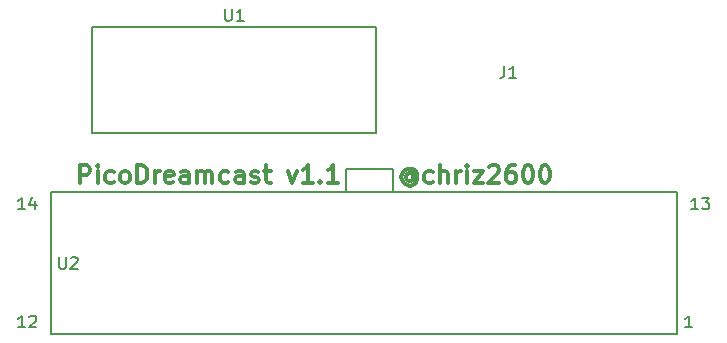
<source format=gto>
G04 #@! TF.GenerationSoftware,KiCad,Pcbnew,(5.0.0)*
G04 #@! TF.CreationDate,2018-11-29T21:46:58+01:00*
G04 #@! TF.ProjectId,pico_psu_mount,7069636F5F7073755F6D6F756E742E6B,rev?*
G04 #@! TF.SameCoordinates,Original*
G04 #@! TF.FileFunction,Legend,Top*
G04 #@! TF.FilePolarity,Positive*
%FSLAX46Y46*%
G04 Gerber Fmt 4.6, Leading zero omitted, Abs format (unit mm)*
G04 Created by KiCad (PCBNEW (5.0.0)) date 11/29/18 21:46:58*
%MOMM*%
%LPD*%
G01*
G04 APERTURE LIST*
%ADD10C,0.300000*%
%ADD11C,0.150000*%
G04 APERTURE END LIST*
D10*
X150552142Y-81378571D02*
X150552142Y-79878571D01*
X151123571Y-79878571D01*
X151266428Y-79950000D01*
X151337857Y-80021428D01*
X151409285Y-80164285D01*
X151409285Y-80378571D01*
X151337857Y-80521428D01*
X151266428Y-80592857D01*
X151123571Y-80664285D01*
X150552142Y-80664285D01*
X152052142Y-81378571D02*
X152052142Y-80378571D01*
X152052142Y-79878571D02*
X151980714Y-79950000D01*
X152052142Y-80021428D01*
X152123571Y-79950000D01*
X152052142Y-79878571D01*
X152052142Y-80021428D01*
X153409285Y-81307142D02*
X153266428Y-81378571D01*
X152980714Y-81378571D01*
X152837857Y-81307142D01*
X152766428Y-81235714D01*
X152695000Y-81092857D01*
X152695000Y-80664285D01*
X152766428Y-80521428D01*
X152837857Y-80450000D01*
X152980714Y-80378571D01*
X153266428Y-80378571D01*
X153409285Y-80450000D01*
X154266428Y-81378571D02*
X154123571Y-81307142D01*
X154052142Y-81235714D01*
X153980714Y-81092857D01*
X153980714Y-80664285D01*
X154052142Y-80521428D01*
X154123571Y-80450000D01*
X154266428Y-80378571D01*
X154480714Y-80378571D01*
X154623571Y-80450000D01*
X154695000Y-80521428D01*
X154766428Y-80664285D01*
X154766428Y-81092857D01*
X154695000Y-81235714D01*
X154623571Y-81307142D01*
X154480714Y-81378571D01*
X154266428Y-81378571D01*
X155409285Y-81378571D02*
X155409285Y-79878571D01*
X155766428Y-79878571D01*
X155980714Y-79950000D01*
X156123571Y-80092857D01*
X156195000Y-80235714D01*
X156266428Y-80521428D01*
X156266428Y-80735714D01*
X156195000Y-81021428D01*
X156123571Y-81164285D01*
X155980714Y-81307142D01*
X155766428Y-81378571D01*
X155409285Y-81378571D01*
X156909285Y-81378571D02*
X156909285Y-80378571D01*
X156909285Y-80664285D02*
X156980714Y-80521428D01*
X157052142Y-80450000D01*
X157195000Y-80378571D01*
X157337857Y-80378571D01*
X158409285Y-81307142D02*
X158266428Y-81378571D01*
X157980714Y-81378571D01*
X157837857Y-81307142D01*
X157766428Y-81164285D01*
X157766428Y-80592857D01*
X157837857Y-80450000D01*
X157980714Y-80378571D01*
X158266428Y-80378571D01*
X158409285Y-80450000D01*
X158480714Y-80592857D01*
X158480714Y-80735714D01*
X157766428Y-80878571D01*
X159766428Y-81378571D02*
X159766428Y-80592857D01*
X159695000Y-80450000D01*
X159552142Y-80378571D01*
X159266428Y-80378571D01*
X159123571Y-80450000D01*
X159766428Y-81307142D02*
X159623571Y-81378571D01*
X159266428Y-81378571D01*
X159123571Y-81307142D01*
X159052142Y-81164285D01*
X159052142Y-81021428D01*
X159123571Y-80878571D01*
X159266428Y-80807142D01*
X159623571Y-80807142D01*
X159766428Y-80735714D01*
X160480714Y-81378571D02*
X160480714Y-80378571D01*
X160480714Y-80521428D02*
X160552142Y-80450000D01*
X160695000Y-80378571D01*
X160909285Y-80378571D01*
X161052142Y-80450000D01*
X161123571Y-80592857D01*
X161123571Y-81378571D01*
X161123571Y-80592857D02*
X161195000Y-80450000D01*
X161337857Y-80378571D01*
X161552142Y-80378571D01*
X161695000Y-80450000D01*
X161766428Y-80592857D01*
X161766428Y-81378571D01*
X163123571Y-81307142D02*
X162980714Y-81378571D01*
X162695000Y-81378571D01*
X162552142Y-81307142D01*
X162480714Y-81235714D01*
X162409285Y-81092857D01*
X162409285Y-80664285D01*
X162480714Y-80521428D01*
X162552142Y-80450000D01*
X162695000Y-80378571D01*
X162980714Y-80378571D01*
X163123571Y-80450000D01*
X164409285Y-81378571D02*
X164409285Y-80592857D01*
X164337857Y-80450000D01*
X164195000Y-80378571D01*
X163909285Y-80378571D01*
X163766428Y-80450000D01*
X164409285Y-81307142D02*
X164266428Y-81378571D01*
X163909285Y-81378571D01*
X163766428Y-81307142D01*
X163695000Y-81164285D01*
X163695000Y-81021428D01*
X163766428Y-80878571D01*
X163909285Y-80807142D01*
X164266428Y-80807142D01*
X164409285Y-80735714D01*
X165052142Y-81307142D02*
X165195000Y-81378571D01*
X165480714Y-81378571D01*
X165623571Y-81307142D01*
X165695000Y-81164285D01*
X165695000Y-81092857D01*
X165623571Y-80950000D01*
X165480714Y-80878571D01*
X165266428Y-80878571D01*
X165123571Y-80807142D01*
X165052142Y-80664285D01*
X165052142Y-80592857D01*
X165123571Y-80450000D01*
X165266428Y-80378571D01*
X165480714Y-80378571D01*
X165623571Y-80450000D01*
X166123571Y-80378571D02*
X166695000Y-80378571D01*
X166337857Y-79878571D02*
X166337857Y-81164285D01*
X166409285Y-81307142D01*
X166552142Y-81378571D01*
X166695000Y-81378571D01*
X168195000Y-80378571D02*
X168552142Y-81378571D01*
X168909285Y-80378571D01*
X170266428Y-81378571D02*
X169409285Y-81378571D01*
X169837857Y-81378571D02*
X169837857Y-79878571D01*
X169695000Y-80092857D01*
X169552142Y-80235714D01*
X169409285Y-80307142D01*
X170909285Y-81235714D02*
X170980714Y-81307142D01*
X170909285Y-81378571D01*
X170837857Y-81307142D01*
X170909285Y-81235714D01*
X170909285Y-81378571D01*
X172409285Y-81378571D02*
X171552142Y-81378571D01*
X171980714Y-81378571D02*
X171980714Y-79878571D01*
X171837857Y-80092857D01*
X171695000Y-80235714D01*
X171552142Y-80307142D01*
X178780714Y-80664285D02*
X178709285Y-80592857D01*
X178566428Y-80521428D01*
X178423571Y-80521428D01*
X178280714Y-80592857D01*
X178209285Y-80664285D01*
X178137857Y-80807142D01*
X178137857Y-80950000D01*
X178209285Y-81092857D01*
X178280714Y-81164285D01*
X178423571Y-81235714D01*
X178566428Y-81235714D01*
X178709285Y-81164285D01*
X178780714Y-81092857D01*
X178780714Y-80521428D02*
X178780714Y-81092857D01*
X178852142Y-81164285D01*
X178923571Y-81164285D01*
X179066428Y-81092857D01*
X179137857Y-80950000D01*
X179137857Y-80592857D01*
X178995000Y-80378571D01*
X178780714Y-80235714D01*
X178495000Y-80164285D01*
X178209285Y-80235714D01*
X177995000Y-80378571D01*
X177852142Y-80592857D01*
X177780714Y-80878571D01*
X177852142Y-81164285D01*
X177995000Y-81378571D01*
X178209285Y-81521428D01*
X178495000Y-81592857D01*
X178780714Y-81521428D01*
X178995000Y-81378571D01*
X180423571Y-81307142D02*
X180280714Y-81378571D01*
X179995000Y-81378571D01*
X179852142Y-81307142D01*
X179780714Y-81235714D01*
X179709285Y-81092857D01*
X179709285Y-80664285D01*
X179780714Y-80521428D01*
X179852142Y-80450000D01*
X179995000Y-80378571D01*
X180280714Y-80378571D01*
X180423571Y-80450000D01*
X181066428Y-81378571D02*
X181066428Y-79878571D01*
X181709285Y-81378571D02*
X181709285Y-80592857D01*
X181637857Y-80450000D01*
X181495000Y-80378571D01*
X181280714Y-80378571D01*
X181137857Y-80450000D01*
X181066428Y-80521428D01*
X182423571Y-81378571D02*
X182423571Y-80378571D01*
X182423571Y-80664285D02*
X182495000Y-80521428D01*
X182566428Y-80450000D01*
X182709285Y-80378571D01*
X182852142Y-80378571D01*
X183352142Y-81378571D02*
X183352142Y-80378571D01*
X183352142Y-79878571D02*
X183280714Y-79950000D01*
X183352142Y-80021428D01*
X183423571Y-79950000D01*
X183352142Y-79878571D01*
X183352142Y-80021428D01*
X183923571Y-80378571D02*
X184709285Y-80378571D01*
X183923571Y-81378571D01*
X184709285Y-81378571D01*
X185209285Y-80021428D02*
X185280714Y-79950000D01*
X185423571Y-79878571D01*
X185780714Y-79878571D01*
X185923571Y-79950000D01*
X185995000Y-80021428D01*
X186066428Y-80164285D01*
X186066428Y-80307142D01*
X185995000Y-80521428D01*
X185137857Y-81378571D01*
X186066428Y-81378571D01*
X187352142Y-79878571D02*
X187066428Y-79878571D01*
X186923571Y-79950000D01*
X186852142Y-80021428D01*
X186709285Y-80235714D01*
X186637857Y-80521428D01*
X186637857Y-81092857D01*
X186709285Y-81235714D01*
X186780714Y-81307142D01*
X186923571Y-81378571D01*
X187209285Y-81378571D01*
X187352142Y-81307142D01*
X187423571Y-81235714D01*
X187495000Y-81092857D01*
X187495000Y-80735714D01*
X187423571Y-80592857D01*
X187352142Y-80521428D01*
X187209285Y-80450000D01*
X186923571Y-80450000D01*
X186780714Y-80521428D01*
X186709285Y-80592857D01*
X186637857Y-80735714D01*
X188423571Y-79878571D02*
X188566428Y-79878571D01*
X188709285Y-79950000D01*
X188780714Y-80021428D01*
X188852142Y-80164285D01*
X188923571Y-80450000D01*
X188923571Y-80807142D01*
X188852142Y-81092857D01*
X188780714Y-81235714D01*
X188709285Y-81307142D01*
X188566428Y-81378571D01*
X188423571Y-81378571D01*
X188280714Y-81307142D01*
X188209285Y-81235714D01*
X188137857Y-81092857D01*
X188066428Y-80807142D01*
X188066428Y-80450000D01*
X188137857Y-80164285D01*
X188209285Y-80021428D01*
X188280714Y-79950000D01*
X188423571Y-79878571D01*
X189852142Y-79878571D02*
X189995000Y-79878571D01*
X190137857Y-79950000D01*
X190209285Y-80021428D01*
X190280714Y-80164285D01*
X190352142Y-80450000D01*
X190352142Y-80807142D01*
X190280714Y-81092857D01*
X190209285Y-81235714D01*
X190137857Y-81307142D01*
X189995000Y-81378571D01*
X189852142Y-81378571D01*
X189709285Y-81307142D01*
X189637857Y-81235714D01*
X189566428Y-81092857D01*
X189495000Y-80807142D01*
X189495000Y-80450000D01*
X189566428Y-80164285D01*
X189637857Y-80021428D01*
X189709285Y-79950000D01*
X189852142Y-79878571D01*
D11*
G04 #@! TO.C,U2*
X201094600Y-94160600D02*
X148094600Y-94160600D01*
X148094600Y-94160600D02*
X148094600Y-83160600D01*
X148094600Y-83160600D02*
X148094600Y-82160600D01*
X148094600Y-82160600D02*
X201094600Y-82160600D01*
X201094600Y-82160600D02*
X201094600Y-94160600D01*
X177094600Y-82160600D02*
X177094600Y-80160600D01*
X177094600Y-80160600D02*
X173094600Y-80160600D01*
X173094600Y-80160600D02*
X173094600Y-82160600D01*
G04 #@! TO.C,U1*
X175582600Y-68183000D02*
X175582600Y-77183000D01*
X151582600Y-68183000D02*
X175582600Y-68183000D01*
X151582600Y-77183000D02*
X151582600Y-68183000D01*
X175582600Y-77183000D02*
X151582600Y-77183000D01*
G04 #@! TO.C,U2*
X148788095Y-87652380D02*
X148788095Y-88461904D01*
X148835714Y-88557142D01*
X148883333Y-88604761D01*
X148978571Y-88652380D01*
X149169047Y-88652380D01*
X149264285Y-88604761D01*
X149311904Y-88557142D01*
X149359523Y-88461904D01*
X149359523Y-87652380D01*
X149788095Y-87747619D02*
X149835714Y-87700000D01*
X149930952Y-87652380D01*
X150169047Y-87652380D01*
X150264285Y-87700000D01*
X150311904Y-87747619D01*
X150359523Y-87842857D01*
X150359523Y-87938095D01*
X150311904Y-88080952D01*
X149740476Y-88652380D01*
X150359523Y-88652380D01*
X202380314Y-93612980D02*
X201808885Y-93612980D01*
X202094600Y-93612980D02*
X202094600Y-92612980D01*
X201999361Y-92755838D01*
X201904123Y-92851076D01*
X201808885Y-92898695D01*
X145904123Y-93612980D02*
X145332695Y-93612980D01*
X145618409Y-93612980D02*
X145618409Y-92612980D01*
X145523171Y-92755838D01*
X145427933Y-92851076D01*
X145332695Y-92898695D01*
X146285076Y-92708219D02*
X146332695Y-92660600D01*
X146427933Y-92612980D01*
X146666028Y-92612980D01*
X146761266Y-92660600D01*
X146808885Y-92708219D01*
X146856504Y-92803457D01*
X146856504Y-92898695D01*
X146808885Y-93041552D01*
X146237457Y-93612980D01*
X146856504Y-93612980D01*
X202904123Y-83612980D02*
X202332695Y-83612980D01*
X202618409Y-83612980D02*
X202618409Y-82612980D01*
X202523171Y-82755838D01*
X202427933Y-82851076D01*
X202332695Y-82898695D01*
X203237457Y-82612980D02*
X203856504Y-82612980D01*
X203523171Y-82993933D01*
X203666028Y-82993933D01*
X203761266Y-83041552D01*
X203808885Y-83089171D01*
X203856504Y-83184409D01*
X203856504Y-83422504D01*
X203808885Y-83517742D01*
X203761266Y-83565361D01*
X203666028Y-83612980D01*
X203380314Y-83612980D01*
X203285076Y-83565361D01*
X203237457Y-83517742D01*
X145904123Y-83612980D02*
X145332695Y-83612980D01*
X145618409Y-83612980D02*
X145618409Y-82612980D01*
X145523171Y-82755838D01*
X145427933Y-82851076D01*
X145332695Y-82898695D01*
X146761266Y-82946314D02*
X146761266Y-83612980D01*
X146523171Y-82565361D02*
X146285076Y-83279647D01*
X146904123Y-83279647D01*
G04 #@! TO.C,J1*
X186483666Y-71461380D02*
X186483666Y-72175666D01*
X186436047Y-72318523D01*
X186340809Y-72413761D01*
X186197952Y-72461380D01*
X186102714Y-72461380D01*
X187483666Y-72461380D02*
X186912238Y-72461380D01*
X187197952Y-72461380D02*
X187197952Y-71461380D01*
X187102714Y-71604238D01*
X187007476Y-71699476D01*
X186912238Y-71747095D01*
G04 #@! TO.C,U1*
X162838095Y-66652380D02*
X162838095Y-67461904D01*
X162885714Y-67557142D01*
X162933333Y-67604761D01*
X163028571Y-67652380D01*
X163219047Y-67652380D01*
X163314285Y-67604761D01*
X163361904Y-67557142D01*
X163409523Y-67461904D01*
X163409523Y-66652380D01*
X164409523Y-67652380D02*
X163838095Y-67652380D01*
X164123809Y-67652380D02*
X164123809Y-66652380D01*
X164028571Y-66795238D01*
X163933333Y-66890476D01*
X163838095Y-66938095D01*
G04 #@! TD*
M02*

</source>
